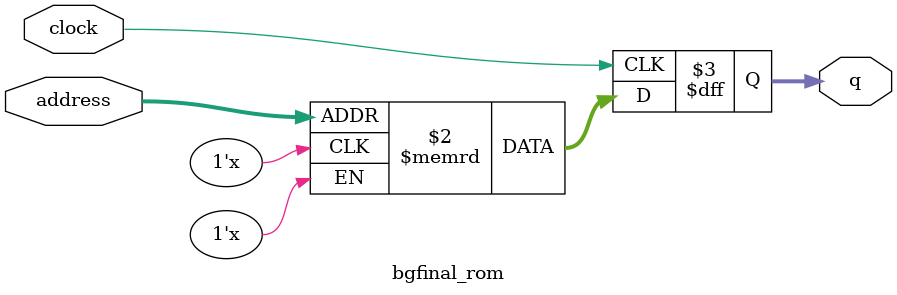
<source format=sv>
module bgfinal_rom (
	input logic clock,
	input logic [16:0] address,
	output logic [4:0] q
);

logic [4:0] memory [0:76799] /* synthesis ram_init_file = "./bgfinal/bgfinal.mif" */;

always_ff @ (posedge clock) begin
	q <= memory[address];
end

endmodule

</source>
